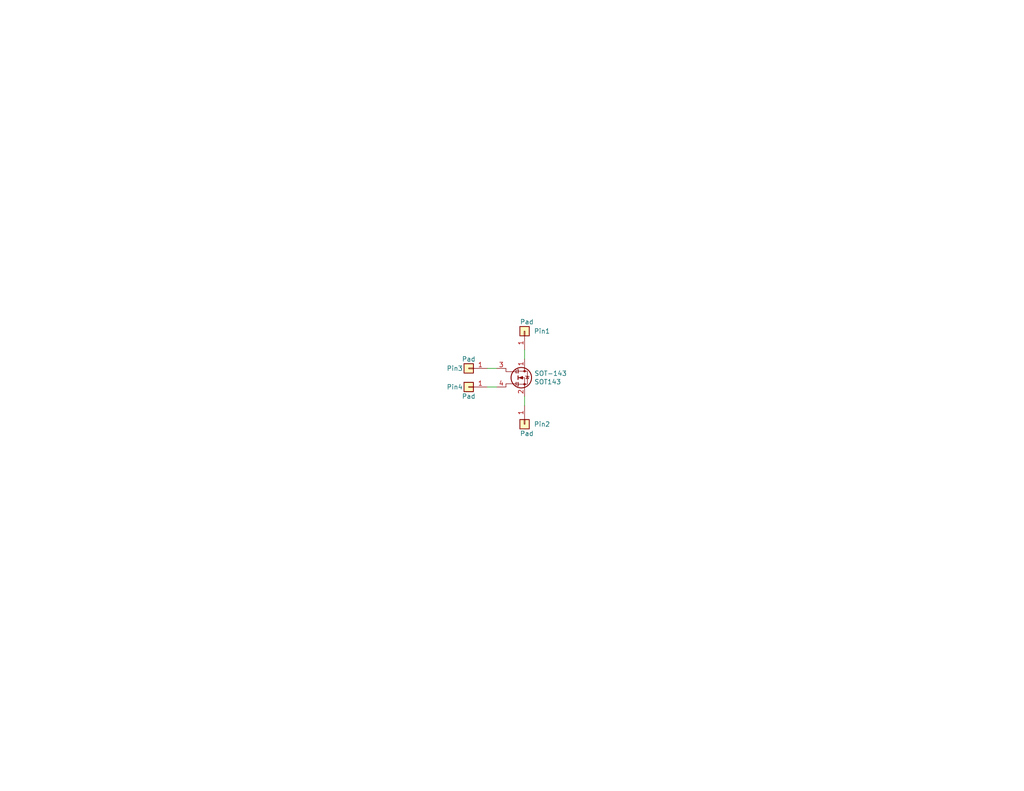
<source format=kicad_sch>
(kicad_sch (version 20211123) (generator eeschema)
  (paper "USLetter")
  (title_block (title "Dual-Gate Mosfet SMD Breakout Board") (date "2022-04-09") (rev "A"))
  (lib_symbols
    (symbol "Connector_Generic:Conn_01x01" (pin_names (offset 1.016) hide)
      (property "Reference" "J" (at 0 2.54 0))
      (property "Value" "Conn_01x01" (at 0 -2.54 0))
      (symbol "Conn_01x01_1_1"
        (rectangle (start -1.27 0.127) (end 0 -0.127) (stroke (width 0.1524)))
        (rectangle (start -1.27 1.27) (end 1.27 -1.27) (stroke (width 0.254)) (fill (type background)))
        (pin passive line (at -5.08 0 0) (length 3.81) (name "Pin_1") (number "1"))
      )
    )
    (symbol "Transistor_FET:3SK263" (pin_names hide)
      (property "Reference" "Q" (at 5.08 1.905 0))
      (property "Value" "3SK263" (at 5.08 0 0))
      (symbol "3SK263_0_1"
        (polyline (pts (xy 0.254 -2.032) (xy 0.254 -1.27)) (stroke (width 0.254)))
        (polyline (pts (xy 0.254 2.032) (xy 0.254 1.27)) (stroke (width 0.254)))
        (polyline (pts (xy 0.762 -1.27) (xy 0.762 -2.286)) (stroke (width 0.254)))
        (polyline (pts (xy 0.762 0.508) (xy 0.762 -0.508)) (stroke (width 0.254)))
        (polyline (pts (xy 0.762 2.286) (xy 0.762 1.27)) (stroke (width 0.254)))
        (polyline (pts (xy 2.54 2.54) (xy 2.54 1.778)))
        (polyline (pts (xy 0.254 -1.651) (xy -2.54 -1.651) (xy -2.54 -2.54)))
        (polyline (pts (xy 0.254 1.651) (xy -2.54 1.651) (xy -2.54 2.54)))
        (polyline (pts (xy 2.54 -2.54) (xy 2.54 0) (xy 0.762 0)))
        (polyline (pts (xy 0.762 -1.778) (xy 3.302 -1.778) (xy 3.302 1.778) (xy 0.762 1.778)))
        (polyline (pts (xy 1.016 0) (xy 2.032 0.381) (xy 2.032 -0.381) (xy 1.016 0)) (fill (type outline)))
        (polyline (pts (xy 2.794 0.508) (xy 2.921 0.381) (xy 3.683 0.381) (xy 3.81 0.254)))
        (polyline (pts (xy 3.302 0.381) (xy 2.921 -0.254) (xy 3.683 -0.254) (xy 3.302 0.381)))
        (circle (center 1.651 0) (radius 2.794) (stroke (width 0.254)))
        (circle (center 2.54 -1.778) (radius 0.254) (fill (type outline)))
        (circle (center 2.54 1.778) (radius 0.254) (fill (type outline)))
      )
      (symbol "3SK263_1_1"
        (pin passive line (at 2.54 5.08 270) (length 2.54) (name "D") (number "1"))
        (pin passive line (at 2.54 -5.08 90) (length 2.54) (name "S") (number "2"))
        (pin passive line (at -5.08 2.54 0) (length 2.54) (name "G1") (number "3"))
        (pin passive line (at -5.08 -2.54 0) (length 2.54) (name "G2") (number "4"))
      )
    )
  )
  (wire (pts (xy 135.509 105.664) (xy 132.969 105.664)))
  (wire (pts (xy 135.509 100.584) (xy 132.969 100.584)))
  (wire (pts (xy 143.129 108.204) (xy 143.129 110.744)))
  (wire (pts (xy 143.129 98.044) (xy 143.129 95.504)))
  (symbol (lib_id "Transistor_FET:3SK263") (at 140.589 103.124 0) (unit 1)
    (property "Reference" "SOT-143" (at 145.7706 101.9556 0) (effects (justify left)))
    (property "Value" "SOT143" (at 145.7706 104.267 0) (effects (justify left)))
    (property "Footprint" "Package_TO_SOT_SMD:SOT-143" (effects hide))
    (property "Datasheet" "http://www.onsemi.com/pub_link/Collateral/EN4423-D.PDF" (effects hide))
  )
  (symbol (lib_id "Connector_Generic:Conn_01x01") (at 143.129 90.424 90) (unit 1)
    (property "Reference" "Pin1" (at 145.669 90.424 90) (effects (justify right)))
    (property "Value" "Pad" (at 141.859 87.884 90) (effects (justify right)))
    (property "Footprint" "Connector_Wire:SolderWirePad_1x01_Drill1.2mm" (effects hide))
  )
  (symbol (lib_id "Connector_Generic:Conn_01x01") (at 143.129 115.824 270) (unit 1)
    (property "Reference" "Pin2" (at 145.669 115.824 90) (effects (justify left)))
    (property "Value" "Pad" (at 141.859 118.364 90) (effects (justify left)))
    (property "Footprint" "Connector_Wire:SolderWirePad_1x01_Drill1.2mm" (effects hide))
  )
  (symbol (lib_id "Connector_Generic:Conn_01x01") (at 127.889 100.584 0) (mirror y) (unit 1)
    (property "Reference" "Pin3" (at 124.079 100.584 0))
    (property "Value" "Pad" (at 127.889 98.044 0))
    (property "Footprint" "Connector_Wire:SolderWirePad_1x01_Drill1.2mm" (effects hide))
  )
  (symbol (lib_id "Connector_Generic:Conn_01x01") (at 127.889 105.664 0) (mirror y) (unit 1)
    (property "Reference" "Pin4" (at 124.079 105.664 0))
    (property "Value" "Pad" (at 127.889 108.204 0))
    (property "Footprint" "Connector_Wire:SolderWirePad_1x01_Drill1.2mm" (effects hide))
  )
)
</source>
